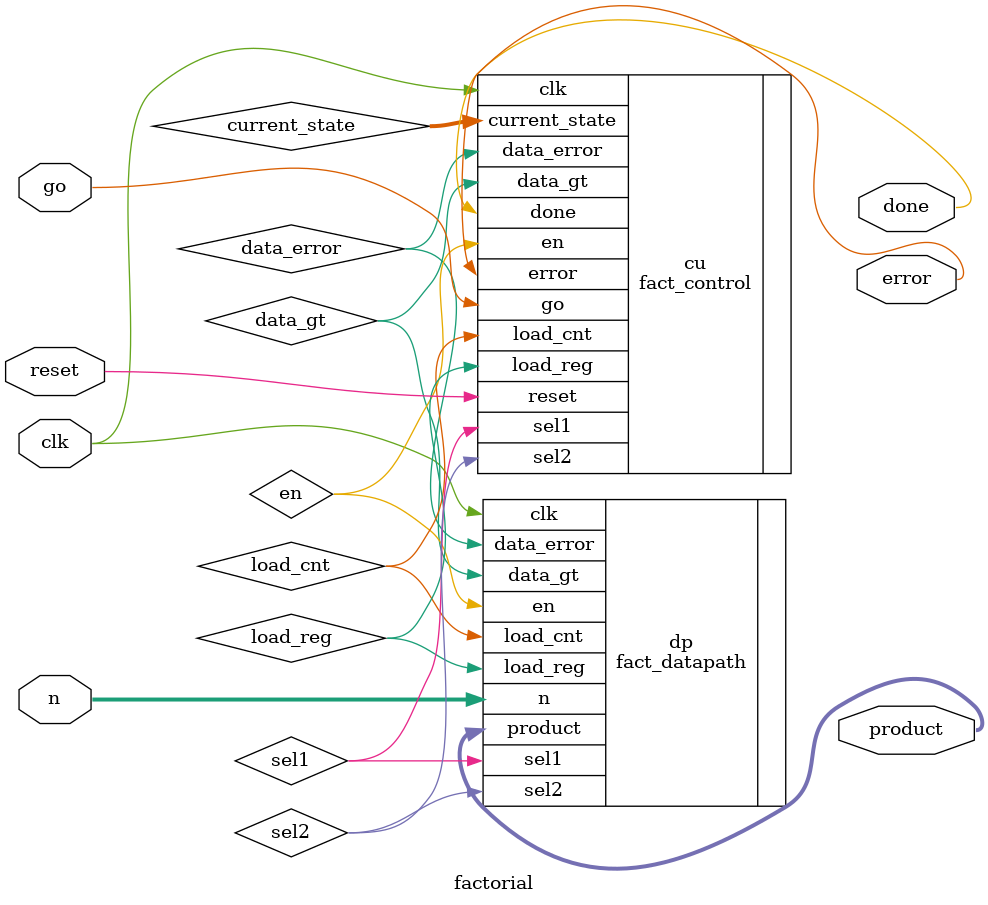
<source format=v>
`timescale 1ns / 1ps

module factorial(
    input wire clk,
    input wire reset,
    input wire go,
    input wire [31:0] n,
    output done,
    output error,
    output wire [31:0] product
    );
    
    wire data_error;
    wire data_gt;
    wire load_cnt;
    wire load_reg;
    wire en;
    wire sel1; 
    wire sel2;
    wire [2:0] current_state;
    
    fact_control cu(
        .clk(clk),
        .go(go), 
        .data_error(data_error), 
        .data_gt(data_gt), 
        .reset(reset), 
        .done(done), 
        .error(error), 
        .load_cnt(load_cnt), 
        .load_reg(load_reg), 
        .en(en), 
        .sel1(sel1), 
        .sel2(sel2),
        .current_state(current_state)
    );
    
    fact_datapath dp(
        .clk(clk),
        .n(n),
        .load_cnt(load_cnt),
        .load_reg(load_reg),
        .en(en),
        .sel1(sel1),
        .sel2(sel2),
        .data_error(data_error),
        .data_gt(data_gt),
        .product(product)
    );
endmodule

</source>
